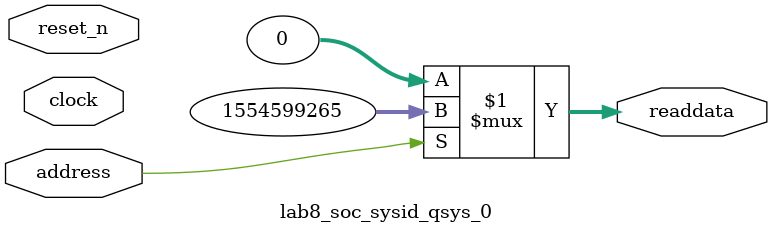
<source format=v>



// synthesis translate_off
`timescale 1ns / 1ps
// synthesis translate_on

// turn off superfluous verilog processor warnings 
// altera message_level Level1 
// altera message_off 10034 10035 10036 10037 10230 10240 10030 

module lab8_soc_sysid_qsys_0 (
               // inputs:
                address,
                clock,
                reset_n,

               // outputs:
                readdata
             )
;

  output  [ 31: 0] readdata;
  input            address;
  input            clock;
  input            reset_n;

  wire    [ 31: 0] readdata;
  //control_slave, which is an e_avalon_slave
  assign readdata = address ? 1554599265 : 0;

endmodule



</source>
